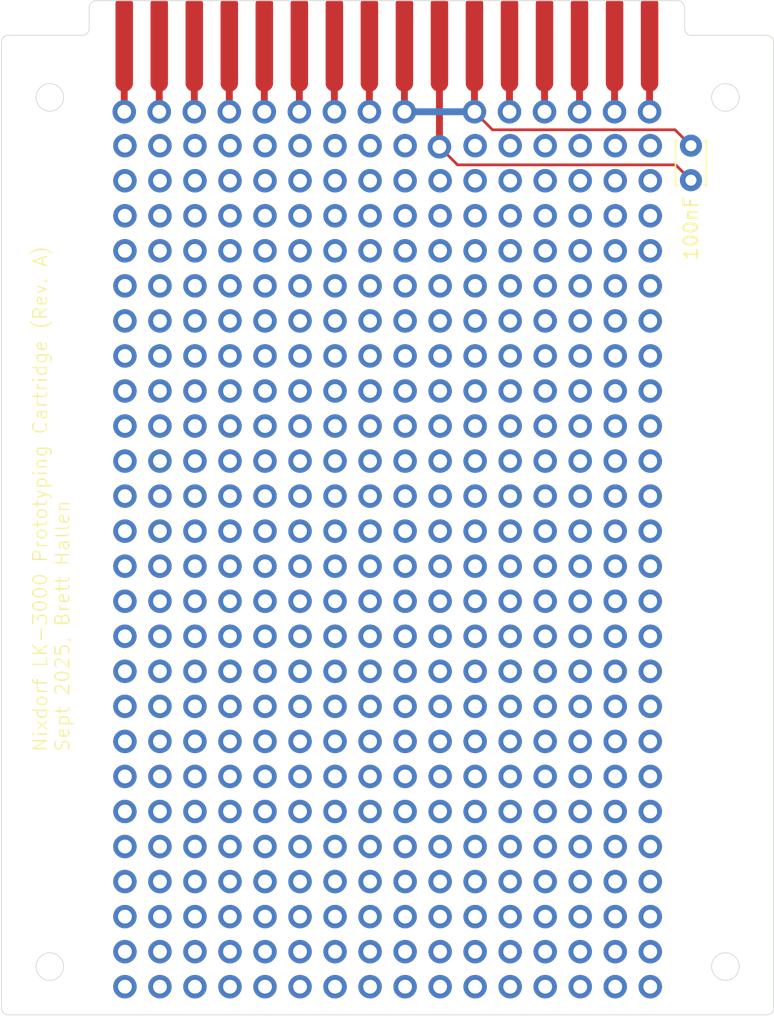
<source format=kicad_pcb>
(kicad_pcb (version 20241229) (generator "pcbnew") (generator_version "9.0")
  (title_block (title "Nixdorf LK-3000 Prototyping Cartridge") (date "22/Sep/2025") (rev "A") (company "Brett Hallen") (comment 1 "www.youtube.com/@Brfff"))
  (layers (0 "F.Cu" signal) (2 "B.Cu" signal) (13 "F.Paste" user) (15 "B.Paste" user) (5 "F.SilkS" user "F.Silkscreen") (7 "B.SilkS" user "B.Silkscreen") (1 "F.Mask" user) (3 "B.Mask" user) (25 "Edge.Cuts" user))
  (net 0 "")
  (net 1 "D_{1}")
  (net 2 "A_{0}")
  (net 3 "+5V")
  (net 4 "A_{3}")
  (net 5 "D_{5}")
  (net 6 "~{CLR}")
  (net 7 "A_{2}")
  (net 8 "A_{1}")
  (net 9 "D_{2}")
  (net 10 "GND")
  (net 11 "D_{0}")
  (net 12 "~{DWSTB}")
  (net 13 "D_{4}")
  (net 14 "~{KEYSTB}")
  (net 15 "D_{3}")
  (footprint "Clueless_Engineer:LK-3000_Cartridge" (layer "F.Cu") (at 142.41 59.92)
    (property "Reference" "J4" (hide yes))
    (property "Value" "Cartridge" (hide yes))
    (pad "1" connect roundrect (at 21.59 2.54 270) (size 6 1.27) (layers "F.Cu" "F.Mask") (roundrect_rratio 0.15) (net 6 "~{CLR}"))
    (pad "1" smd circle (at 21.59 5.54 270) (size 1.27 1.27) (layers "F.Cu" "F.Mask" "F.Paste") (net 6 "~{CLR}"))
    (pad "1" thru_hole circle (at 21.59 7.62 270) (size 1.7 1.7) (drill 1) (layers "*.Cu" "*.Mask") (net 6 "~{CLR}"))
    (pad "2" connect roundrect (at 19.05 2.54 270) (size 6 1.27) (layers "F.Cu" "F.Mask") (roundrect_rratio 0.15) (net 14 "~{KEYSTB}"))
    (pad "2" smd circle (at 19.05 5.54 270) (size 1.27 1.27) (layers "F.Cu" "F.Mask" "F.Paste") (net 14 "~{KEYSTB}"))
    (pad "2" thru_hole circle (at 19.05 7.62 270) (size 1.7 1.7) (drill 1) (layers "*.Cu" "*.Mask") (net 14 "~{KEYSTB}"))
    (pad "3" connect roundrect (at 16.51 2.54 270) (size 6 1.27) (layers "F.Cu" "F.Mask") (roundrect_rratio 0.15) (net 12 "~{DWSTB}"))
    (pad "3" smd circle (at 16.51 5.54 270) (size 1.27 1.27) (layers "F.Cu" "F.Mask" "F.Paste") (net 12 "~{DWSTB}"))
    (pad "3" thru_hole circle (at 16.51 7.62 270) (size 1.7 1.7) (drill 1) (layers "*.Cu" "*.Mask") (net 12 "~{DWSTB}"))
    (pad "4" connect roundrect (at 13.97 2.54 270) (size 6 1.27) (layers "F.Cu" "F.Mask") (roundrect_rratio 0.15) (net 4 "A_{3}"))
    (pad "4" smd circle (at 13.97 5.54 270) (size 1.27 1.27) (layers "F.Cu" "F.Mask" "F.Paste") (net 4 "A_{3}"))
    (pad "4" thru_hole circle (at 13.97 7.62 270) (size 1.7 1.7) (drill 1) (layers "*.Cu" "*.Mask") (net 4 "A_{3}"))
    (pad "5" connect roundrect (at 11.43 2.54 270) (size 6 1.27) (layers "F.Cu" "F.Mask") (roundrect_rratio 0.15) (net 7 "A_{2}"))
    (pad "5" smd circle (at 11.43 5.54 270) (size 1.27 1.27) (layers "F.Cu" "F.Mask" "F.Paste") (net 7 "A_{2}"))
    (pad "5" thru_hole circle (at 11.43 7.62 270) (size 1.7 1.7) (drill 1) (layers "*.Cu" "*.Mask") (net 7 "A_{2}"))
    (pad "6" connect roundrect (at 8.89 2.54 270) (size 6 1.27) (layers "F.Cu" "F.Mask") (roundrect_rratio 0.15) (net 3 "+5V"))
    (pad "6" smd circle (at 8.89 5.54 270) (size 1.27 1.27) (layers "F.Cu" "F.Mask" "F.Paste") (net 3 "+5V"))
    (pad "6" thru_hole circle (at 8.89 7.62 270) (size 1.7 1.7) (drill 1) (layers "*.Cu" "*.Mask") (net 3 "+5V"))
    (pad "7" connect roundrect (at 6.35 2.54 270) (size 6 1.27) (layers "F.Cu" "F.Mask") (roundrect_rratio 0.15) (net 10 "GND"))
    (pad "7" smd circle (at 6.35 5.54 270) (size 1.27 1.27) (layers "F.Cu" "F.Mask" "F.Paste") (net 10 "GND"))
    (pad "7" thru_hole circle (at 6.35 10.16 270) (size 1.7 1.7) (drill 1) (layers "*.Cu" "*.Mask") (net 10 "GND"))
    (pad "8" connect roundrect (at 3.81 2.54 270) (size 6 1.27) (layers "F.Cu" "F.Mask") (roundrect_rratio 0.15) (net 3 "+5V"))
    (pad "8" smd circle (at 3.81 5.54 270) (size 1.27 1.27) (layers "F.Cu" "F.Mask" "F.Paste") (net 3 "+5V"))
    (pad "8" thru_hole circle (at 3.81 7.62 270) (size 1.7 1.7) (drill 1) (layers "*.Cu" "*.Mask") (net 3 "+5V"))
    (pad "9" connect roundrect (at 1.27 2.54 270) (size 6 1.27) (layers "F.Cu" "F.Mask") (roundrect_rratio 0.15) (net 5 "D_{5}"))
    (pad "9" smd circle (at 1.27 5.54 270) (size 1.27 1.27) (layers "F.Cu" "F.Mask" "F.Paste") (net 5 "D_{5}"))
    (pad "9" thru_hole circle (at 1.27 7.62 270) (size 1.7 1.7) (drill 1) (layers "*.Cu" "*.Mask") (net 5 "D_{5}"))
    (pad "10" connect roundrect (at -1.27 2.54 270) (size 6 1.27) (layers "F.Cu" "F.Mask") (roundrect_rratio 0.15) (net 13 "D_{4}"))
    (pad "10" smd circle (at -1.27 5.54 270) (size 1.27 1.27) (layers "F.Cu" "F.Mask" "F.Paste") (net 13 "D_{4}"))
    (pad "10" thru_hole circle (at -1.27 7.62 270) (size 1.7 1.7) (drill 1) (layers "*.Cu" "*.Mask") (net 13 "D_{4}"))
    (pad "11" connect roundrect (at -3.81 2.54 270) (size 6 1.27) (layers "F.Cu" "F.Mask") (roundrect_rratio 0.15) (net 2 "A_{0}"))
    (pad "11" smd circle (at -3.81 5.54 270) (size 1.27 1.27) (layers "F.Cu" "F.Mask" "F.Paste") (net 2 "A_{0}"))
    (pad "11" thru_hole circle (at -3.81 7.62 270) (size 1.7 1.7) (drill 1) (layers "*.Cu" "*.Mask") (net 2 "A_{0}"))
    (pad "12" connect roundrect (at -6.35 2.54 270) (size 6 1.27) (layers "F.Cu" "F.Mask") (roundrect_rratio 0.15) (net 8 "A_{1}"))
    (pad "12" smd circle (at -6.35 5.54 270) (size 1.27 1.27) (layers "F.Cu" "F.Mask" "F.Paste") (net 8 "A_{1}"))
    (pad "12" thru_hole circle (at -6.35 7.62 270) (size 1.7 1.7) (drill 1) (layers "*.Cu" "*.Mask") (net 8 "A_{1}"))
    (pad "13" connect roundrect (at -8.89 2.54 270) (size 6 1.27) (layers "F.Cu" "F.Mask") (roundrect_rratio 0.15) (net 11 "D_{0}"))
    (pad "13" smd circle (at -8.89 5.54 270) (size 1.27 1.27) (layers "F.Cu" "F.Mask" "F.Paste") (net 11 "D_{0}"))
    (pad "13" thru_hole circle (at -8.89 7.62 270) (size 1.7 1.7) (drill 1) (layers "*.Cu" "*.Mask") (net 11 "D_{0}"))
    (pad "14" connect roundrect (at -11.43 2.54 270) (size 6 1.27) (layers "F.Cu" "F.Mask") (roundrect_rratio 0.15) (net 15 "D_{3}"))
    (pad "14" smd circle (at -11.43 5.54 270) (size 1.27 1.27) (layers "F.Cu" "F.Mask" "F.Paste") (net 15 "D_{3}"))
    (pad "14" thru_hole circle (at -11.43 7.62 270) (size 1.7 1.7) (drill 1) (layers "*.Cu" "*.Mask") (net 15 "D_{3}"))
    (pad "15" connect roundrect (at -13.97 2.54 270) (size 6 1.27) (layers "F.Cu" "F.Mask") (roundrect_rratio 0.15) (net 9 "D_{2}"))
    (pad "15" smd circle (at -13.97 5.54 270) (size 1.27 1.27) (layers "F.Cu" "F.Mask" "F.Paste") (net 9 "D_{2}"))
    (pad "15" thru_hole circle (at -13.97 7.62 270) (size 1.7 1.7) (drill 1) (layers "*.Cu" "*.Mask") (net 9 "D_{2}"))
    (pad "16" connect roundrect (at -16.51 2.54 270) (size 6 1.27) (layers "F.Cu" "F.Mask") (roundrect_rratio 0.15) (net 1 "D_{1}"))
    (pad "16" smd circle (at -16.51 5.54 270) (size 1.27 1.27) (layers "F.Cu" "F.Mask" "F.Paste") (net 1 "D_{1}"))
    (pad "16" thru_hole circle (at -16.51 7.62 270) (size 1.7 1.7) (drill 1) (layers "*.Cu" "*.Mask") (net 1 "D_{1}"))
  )
  (footprint "Capacitor_THT:C_Disc_D3.0mm_W2.0mm_P2.50mm" (layer "F.Cu") (at 167 70 -90)
    (property "Reference" "C1" (hide yes))
    (property "Value" "100nF" (at 6 0 90) (layer "F.SilkS"))
    (pad "1" thru_hole circle (at 0 0 270) (size 1.6 1.6) (drill 0.8) (layers "*.Cu" "*.Mask") (net 3 "+5V"))
    (pad "2" thru_hole circle (at 2.5 0 270) (size 1.6 1.6) (drill 0.8) (layers "*.Cu" "*.Mask") (net 10 "GND"))
  )
  (footprint "Clueless_Engineer:Prototyping_Area_16x25" (layer "F.Cu") (at 145 99.21)
    (property "Reference" "REF**" (hide yes))
    (property "Value" "16x25 Prototyping Area" (hide yes))
    (pad "1" thru_hole circle (at -19.05 -29.21) (size 1.7 1.7) (drill 1) (layers "*.Cu" "*.Mask"))
    (pad "2" thru_hole circle (at -16.51 -29.21) (size 1.7 1.7) (drill 1) (layers "*.Cu" "*.Mask"))
    (pad "3" thru_hole circle (at -13.97 -29.21) (size 1.7 1.7) (drill 1) (layers "*.Cu" "*.Mask"))
    (pad "4" thru_hole circle (at -11.43 -29.21) (size 1.7 1.7) (drill 1) (layers "*.Cu" "*.Mask"))
    (pad "5" thru_hole circle (at -8.89 -29.21) (size 1.7 1.7) (drill 1) (layers "*.Cu" "*.Mask"))
    (pad "6" thru_hole circle (at -6.35 -29.21) (size 1.7 1.7) (drill 1) (layers "*.Cu" "*.Mask"))
    (pad "7" thru_hole circle (at -3.81 -29.21) (size 1.7 1.7) (drill 1) (layers "*.Cu" "*.Mask"))
    (pad "8" thru_hole circle (at -1.27 -29.21) (size 1.7 1.7) (drill 1) (layers "*.Cu" "*.Mask"))
    (pad "9" thru_hole circle (at 1.27 -29.21) (size 1.7 1.7) (drill 1) (layers "*.Cu" "*.Mask"))
    (pad "11" thru_hole circle (at 6.35 -29.21) (size 1.7 1.7) (drill 1) (layers "*.Cu" "*.Mask"))
    (pad "12" thru_hole circle (at 8.89 -29.21) (size 1.7 1.7) (drill 1) (layers "*.Cu" "*.Mask"))
    (pad "13" thru_hole circle (at 11.43 -29.21) (size 1.7 1.7) (drill 1) (layers "*.Cu" "*.Mask"))
    (pad "14" thru_hole circle (at 13.97 -29.21) (size 1.7 1.7) (drill 1) (layers "*.Cu" "*.Mask"))
    (pad "15" thru_hole circle (at 16.51 -29.21) (size 1.7 1.7) (drill 1) (layers "*.Cu" "*.Mask"))
    (pad "16" thru_hole circle (at 19.05 -29.21) (size 1.7 1.7) (drill 1) (layers "*.Cu" "*.Mask"))
    (pad "17" thru_hole circle (at -19.05 -26.67) (size 1.7 1.7) (drill 1) (layers "*.Cu" "*.Mask"))
    (pad "18" thru_hole circle (at -16.51 -26.67) (size 1.7 1.7) (drill 1) (layers "*.Cu" "*.Mask"))
    (pad "19" thru_hole circle (at -13.97 -26.67) (size 1.7 1.7) (drill 1) (layers "*.Cu" "*.Mask"))
    (pad "20" thru_hole circle (at -11.43 -26.67) (size 1.7 1.7) (drill 1) (layers "*.Cu" "*.Mask"))
    (pad "21" thru_hole circle (at -8.89 -26.67) (size 1.7 1.7) (drill 1) (layers "*.Cu" "*.Mask"))
    (pad "22" thru_hole circle (at -6.35 -26.67) (size 1.7 1.7) (drill 1) (layers "*.Cu" "*.Mask"))
    (pad "23" thru_hole circle (at -3.81 -26.67) (size 1.7 1.7) (drill 1) (layers "*.Cu" "*.Mask"))
    (pad "24" thru_hole circle (at -1.27 -26.67) (size 1.7 1.7) (drill 1) (layers "*.Cu" "*.Mask"))
    (pad "25" thru_hole circle (at 1.27 -26.67) (size 1.7 1.7) (drill 1) (layers "*.Cu" "*.Mask"))
    (pad "26" thru_hole circle (at 3.81 -26.67) (size 1.7 1.7) (drill 1) (layers "*.Cu" "*.Mask"))
    (pad "27" thru_hole circle (at 6.35 -26.67) (size 1.7 1.7) (drill 1) (layers "*.Cu" "*.Mask"))
    (pad "28" thru_hole circle (at 8.89 -26.67) (size 1.7 1.7) (drill 1) (layers "*.Cu" "*.Mask"))
    (pad "29" thru_hole circle (at 11.43 -26.67) (size 1.7 1.7) (drill 1) (layers "*.Cu" "*.Mask"))
    (pad "30" thru_hole circle (at 13.97 -26.67) (size 1.7 1.7) (drill 1) (layers "*.Cu" "*.Mask"))
    (pad "31" thru_hole circle (at 16.51 -26.67) (size 1.7 1.7) (drill 1) (layers "*.Cu" "*.Mask"))
    (pad "32" thru_hole circle (at 19.05 -26.67) (size 1.7 1.7) (drill 1) (layers "*.Cu" "*.Mask"))
    (pad "33" thru_hole circle (at -19.05 -24.13) (size 1.7 1.7) (drill 1) (layers "*.Cu" "*.Mask"))
    (pad "34" thru_hole circle (at -16.51 -24.13) (size 1.7 1.7) (drill 1) (layers "*.Cu" "*.Mask"))
    (pad "35" thru_hole circle (at -13.97 -24.13) (size 1.7 1.7) (drill 1) (layers "*.Cu" "*.Mask"))
    (pad "36" thru_hole circle (at -11.43 -24.13) (size 1.7 1.7) (drill 1) (layers "*.Cu" "*.Mask"))
    (pad "37" thru_hole circle (at -8.89 -24.13) (size 1.7 1.7) (drill 1) (layers "*.Cu" "*.Mask"))
    (pad "38" thru_hole circle (at -6.35 -24.13) (size 1.7 1.7) (drill 1) (layers "*.Cu" "*.Mask"))
    (pad "39" thru_hole circle (at -3.81 -24.13) (size 1.7 1.7) (drill 1) (layers "*.Cu" "*.Mask"))
    (pad "40" thru_hole circle (at -1.27 -24.13) (size 1.7 1.7) (drill 1) (layers "*.Cu" "*.Mask"))
    (pad "41" thru_hole circle (at 1.27 -24.13) (size 1.7 1.7) (drill 1) (layers "*.Cu" "*.Mask"))
    (pad "42" thru_hole circle (at 3.81 -24.13) (size 1.7 1.7) (drill 1) (layers "*.Cu" "*.Mask"))
    (pad "43" thru_hole circle (at 6.35 -24.13) (size 1.7 1.7) (drill 1) (layers "*.Cu" "*.Mask"))
    (pad "44" thru_hole circle (at 8.89 -24.13) (size 1.7 1.7) (drill 1) (layers "*.Cu" "*.Mask"))
    (pad "45" thru_hole circle (at 11.43 -24.13) (size 1.7 1.7) (drill 1) (layers "*.Cu" "*.Mask"))
    (pad "46" thru_hole circle (at 13.97 -24.13) (size 1.7 1.7) (drill 1) (layers "*.Cu" "*.Mask"))
    (pad "47" thru_hole circle (at 16.51 -24.13) (size 1.7 1.7) (drill 1) (layers "*.Cu" "*.Mask"))
    (pad "48" thru_hole circle (at 19.05 -24.13) (size 1.7 1.7) (drill 1) (layers "*.Cu" "*.Mask"))
    (pad "49" thru_hole circle (at -19.05 -21.59) (size 1.7 1.7) (drill 1) (layers "*.Cu" "*.Mask"))
    (pad "50" thru_hole circle (at -16.51 -21.59) (size 1.7 1.7) (drill 1) (layers "*.Cu" "*.Mask"))
    (pad "51" thru_hole circle (at -13.97 -21.59) (size 1.7 1.7) (drill 1) (layers "*.Cu" "*.Mask"))
    (pad "52" thru_hole circle (at -11.43 -21.59) (size 1.7 1.7) (drill 1) (layers "*.Cu" "*.Mask"))
    (pad "53" thru_hole circle (at -8.89 -21.59) (size 1.7 1.7) (drill 1) (layers "*.Cu" "*.Mask"))
    (pad "54" thru_hole circle (at -6.35 -21.59) (size 1.7 1.7) (drill 1) (layers "*.Cu" "*.Mask"))
    (pad "55" thru_hole circle (at -3.81 -21.59) (size 1.7 1.7) (drill 1) (layers "*.Cu" "*.Mask"))
    (pad "56" thru_hole circle (at -1.27 -21.59) (size 1.7 1.7) (drill 1) (layers "*.Cu" "*.Mask"))
    (pad "57" thru_hole circle (at 1.27 -21.59) (size 1.7 1.7) (drill 1) (layers "*.Cu" "*.Mask"))
    (pad "58" thru_hole circle (at 3.81 -21.59) (size 1.7 1.7) (drill 1) (layers "*.Cu" "*.Mask"))
    (pad "59" thru_hole circle (at 6.35 -21.59) (size 1.7 1.7) (drill 1) (layers "*.Cu" "*.Mask"))
    (pad "60" thru_hole circle (at 8.89 -21.59) (size 1.7 1.7) (drill 1) (layers "*.Cu" "*.Mask"))
    (pad "61" thru_hole circle (at 11.43 -21.59) (size 1.7 1.7) (drill 1) (layers "*.Cu" "*.Mask"))
    (pad "62" thru_hole circle (at 13.97 -21.59) (size 1.7 1.7) (drill 1) (layers "*.Cu" "*.Mask"))
    (pad "63" thru_hole circle (at 16.51 -21.59) (size 1.7 1.7) (drill 1) (layers "*.Cu" "*.Mask"))
    (pad "64" thru_hole circle (at 19.05 -21.59) (size 1.7 1.7) (drill 1) (layers "*.Cu" "*.Mask"))
    (pad "65" thru_hole circle (at -19.05 -19.05) (size 1.7 1.7) (drill 1) (layers "*.Cu" "*.Mask"))
    (pad "66" thru_hole circle (at -16.51 -19.05) (size 1.7 1.7) (drill 1) (layers "*.Cu" "*.Mask"))
    (pad "67" thru_hole circle (at -13.97 -19.05) (size 1.7 1.7) (drill 1) (layers "*.Cu" "*.Mask"))
    (pad "68" thru_hole circle (at -11.43 -19.05) (size 1.7 1.7) (drill 1) (layers "*.Cu" "*.Mask"))
    (pad "69" thru_hole circle (at -8.89 -19.05) (size 1.7 1.7) (drill 1) (layers "*.Cu" "*.Mask"))
    (pad "70" thru_hole circle (at -6.35 -19.05) (size 1.7 1.7) (drill 1) (layers "*.Cu" "*.Mask"))
    (pad "71" thru_hole circle (at -3.81 -19.05) (size 1.7 1.7) (drill 1) (layers "*.Cu" "*.Mask"))
    (pad "72" thru_hole circle (at -1.27 -19.05) (size 1.7 1.7) (drill 1) (layers "*.Cu" "*.Mask"))
    (pad "73" thru_hole circle (at 1.27 -19.05) (size 1.7 1.7) (drill 1) (layers "*.Cu" "*.Mask"))
    (pad "74" thru_hole circle (at 3.81 -19.05) (size 1.7 1.7) (drill 1) (layers "*.Cu" "*.Mask"))
    (pad "75" thru_hole circle (at 6.35 -19.05) (size 1.7 1.7) (drill 1) (layers "*.Cu" "*.Mask"))
    (pad "76" thru_hole circle (at 8.89 -19.05) (size 1.7 1.7) (drill 1) (layers "*.Cu" "*.Mask"))
    (pad "77" thru_hole circle (at 11.43 -19.05) (size 1.7 1.7) (drill 1) (layers "*.Cu" "*.Mask"))
    (pad "78" thru_hole circle (at 13.97 -19.05) (size 1.7 1.7) (drill 1) (layers "*.Cu" "*.Mask"))
    (pad "79" thru_hole circle (at 16.51 -19.05) (size 1.7 1.7) (drill 1) (layers "*.Cu" "*.Mask"))
    (pad "80" thru_hole circle (at 19.05 -19.05) (size 1.7 1.7) (drill 1) (layers "*.Cu" "*.Mask"))
    (pad "81" thru_hole circle (at -19.05 -16.51) (size 1.7 1.7) (drill 1) (layers "*.Cu" "*.Mask"))
    (pad "82" thru_hole circle (at -16.51 -16.51) (size 1.7 1.7) (drill 1) (layers "*.Cu" "*.Mask"))
    (pad "83" thru_hole circle (at -13.97 -16.51) (size 1.7 1.7) (drill 1) (layers "*.Cu" "*.Mask"))
    (pad "84" thru_hole circle (at -11.43 -16.51) (size 1.7 1.7) (drill 1) (layers "*.Cu" "*.Mask"))
    (pad "85" thru_hole circle (at -8.89 -16.51) (size 1.7 1.7) (drill 1) (layers "*.Cu" "*.Mask"))
    (pad "86" thru_hole circle (at -6.35 -16.51) (size 1.7 1.7) (drill 1) (layers "*.Cu" "*.Mask"))
    (pad "87" thru_hole circle (at -3.81 -16.51) (size 1.7 1.7) (drill 1) (layers "*.Cu" "*.Mask"))
    (pad "88" thru_hole circle (at -1.27 -16.51) (size 1.7 1.7) (drill 1) (layers "*.Cu" "*.Mask"))
    (pad "89" thru_hole circle (at 1.27 -16.51) (size 1.7 1.7) (drill 1) (layers "*.Cu" "*.Mask"))
    (pad "90" thru_hole circle (at 3.81 -16.51) (size 1.7 1.7) (drill 1) (layers "*.Cu" "*.Mask"))
    (pad "91" thru_hole circle (at 6.35 -16.51) (size 1.7 1.7) (drill 1) (layers "*.Cu" "*.Mask"))
    (pad "92" thru_hole circle (at 8.89 -16.51) (size 1.7 1.7) (drill 1) (layers "*.Cu" "*.Mask"))
    (pad "93" thru_hole circle (at 11.43 -16.51) (size 1.7 1.7) (drill 1) (layers "*.Cu" "*.Mask"))
    (pad "94" thru_hole circle (at 13.97 -16.51) (size 1.7 1.7) (drill 1) (layers "*.Cu" "*.Mask"))
    (pad "95" thru_hole circle (at 16.51 -16.51) (size 1.7 1.7) (drill 1) (layers "*.Cu" "*.Mask"))
    (pad "96" thru_hole circle (at 19.05 -16.51) (size 1.7 1.7) (drill 1) (layers "*.Cu" "*.Mask"))
    (pad "97" thru_hole circle (at -19.05 -13.97) (size 1.7 1.7) (drill 1) (layers "*.Cu" "*.Mask"))
    (pad "98" thru_hole circle (at -16.51 -13.97) (size 1.7 1.7) (drill 1) (layers "*.Cu" "*.Mask"))
    (pad "99" thru_hole circle (at -13.97 -13.97) (size 1.7 1.7) (drill 1) (layers "*.Cu" "*.Mask"))
    (pad "100" thru_hole circle (at -11.43 -13.97) (size 1.7 1.7) (drill 1) (layers "*.Cu" "*.Mask"))
    (pad "101" thru_hole circle (at -8.89 -13.97) (size 1.7 1.7) (drill 1) (layers "*.Cu" "*.Mask"))
    (pad "102" thru_hole circle (at -6.35 -13.97) (size 1.7 1.7) (drill 1) (layers "*.Cu" "*.Mask"))
    (pad "103" thru_hole circle (at -3.81 -13.97) (size 1.7 1.7) (drill 1) (layers "*.Cu" "*.Mask"))
    (pad "104" thru_hole circle (at -1.27 -13.97) (size 1.7 1.7) (drill 1) (layers "*.Cu" "*.Mask"))
    (pad "105" thru_hole circle (at 1.27 -13.97) (size 1.7 1.7) (drill 1) (layers "*.Cu" "*.Mask"))
    (pad "106" thru_hole circle (at 3.81 -13.97) (size 1.7 1.7) (drill 1) (layers "*.Cu" "*.Mask"))
    (pad "107" thru_hole circle (at 6.35 -13.97) (size 1.7 1.7) (drill 1) (layers "*.Cu" "*.Mask"))
    (pad "108" thru_hole circle (at 8.89 -13.97) (size 1.7 1.7) (drill 1) (layers "*.Cu" "*.Mask"))
    (pad "109" thru_hole circle (at 11.43 -13.97) (size 1.7 1.7) (drill 1) (layers "*.Cu" "*.Mask"))
    (pad "110" thru_hole circle (at 13.97 -13.97) (size 1.7 1.7) (drill 1) (layers "*.Cu" "*.Mask"))
    (pad "111" thru_hole circle (at 16.51 -13.97) (size 1.7 1.7) (drill 1) (layers "*.Cu" "*.Mask"))
    (pad "112" thru_hole circle (at 19.05 -13.97) (size 1.7 1.7) (drill 1) (layers "*.Cu" "*.Mask"))
    (pad "113" thru_hole circle (at -19.05 -11.43) (size 1.7 1.7) (drill 1) (layers "*.Cu" "*.Mask"))
    (pad "114" thru_hole circle (at -16.51 -11.43) (size 1.7 1.7) (drill 1) (layers "*.Cu" "*.Mask"))
    (pad "115" thru_hole circle (at -13.97 -11.43) (size 1.7 1.7) (drill 1) (layers "*.Cu" "*.Mask"))
    (pad "116" thru_hole circle (at -11.43 -11.43) (size 1.7 1.7) (drill 1) (layers "*.Cu" "*.Mask"))
    (pad "117" thru_hole circle (at -8.89 -11.43) (size 1.7 1.7) (drill 1) (layers "*.Cu" "*.Mask"))
    (pad "118" thru_hole circle (at -6.35 -11.43) (size 1.7 1.7) (drill 1) (layers "*.Cu" "*.Mask"))
    (pad "119" thru_hole circle (at -3.81 -11.43) (size 1.7 1.7) (drill 1) (layers "*.Cu" "*.Mask"))
    (pad "120" thru_hole circle (at -1.27 -11.43) (size 1.7 1.7) (drill 1) (layers "*.Cu" "*.Mask"))
    (pad "121" thru_hole circle (at 1.27 -11.43) (size 1.7 1.7) (drill 1) (layers "*.Cu" "*.Mask"))
    (pad "122" thru_hole circle (at 3.81 -11.43) (size 1.7 1.7) (drill 1) (layers "*.Cu" "*.Mask"))
    (pad "123" thru_hole circle (at 6.35 -11.43) (size 1.7 1.7) (drill 1) (layers "*.Cu" "*.Mask"))
    (pad "124" thru_hole circle (at 8.89 -11.43) (size 1.7 1.7) (drill 1) (layers "*.Cu" "*.Mask"))
    (pad "125" thru_hole circle (at 11.43 -11.43) (size 1.7 1.7) (drill 1) (layers "*.Cu" "*.Mask"))
    (pad "126" thru_hole circle (at 13.97 -11.43) (size 1.7 1.7) (drill 1) (layers "*.Cu" "*.Mask"))
    (pad "127" thru_hole circle (at 16.51 -11.43) (size 1.7 1.7) (drill 1) (layers "*.Cu" "*.Mask"))
    (pad "128" thru_hole circle (at 19.05 -11.43) (size 1.7 1.7) (drill 1) (layers "*.Cu" "*.Mask"))
    (pad "129" thru_hole circle (at -19.05 -8.89) (size 1.7 1.7) (drill 1) (layers "*.Cu" "*.Mask"))
    (pad "130" thru_hole circle (at -16.51 -8.89) (size 1.7 1.7) (drill 1) (layers "*.Cu" "*.Mask"))
    (pad "131" thru_hole circle (at -13.97 -8.89) (size 1.7 1.7) (drill 1) (layers "*.Cu" "*.Mask"))
    (pad "132" thru_hole circle (at -11.43 -8.89) (size 1.7 1.7) (drill 1) (layers "*.Cu" "*.Mask"))
    (pad "133" thru_hole circle (at -8.89 -8.89) (size 1.7 1.7) (drill 1) (layers "*.Cu" "*.Mask"))
    (pad "134" thru_hole circle (at -6.35 -8.89) (size 1.7 1.7) (drill 1) (layers "*.Cu" "*.Mask"))
    (pad "135" thru_hole circle (at -3.81 -8.89) (size 1.7 1.7) (drill 1) (layers "*.Cu" "*.Mask"))
    (pad "136" thru_hole circle (at -1.27 -8.89) (size 1.7 1.7) (drill 1) (layers "*.Cu" "*.Mask"))
    (pad "137" thru_hole circle (at 1.27 -8.89) (size 1.7 1.7) (drill 1) (layers "*.Cu" "*.Mask"))
    (pad "138" thru_hole circle (at 3.81 -8.89) (size 1.7 1.7) (drill 1) (layers "*.Cu" "*.Mask"))
    (pad "139" thru_hole circle (at 6.35 -8.89) (size 1.7 1.7) (drill 1) (layers "*.Cu" "*.Mask"))
    (pad "140" thru_hole circle (at 8.89 -8.89) (size 1.7 1.7) (drill 1) (layers "*.Cu" "*.Mask"))
    (pad "141" thru_hole circle (at 11.43 -8.89) (size 1.7 1.7) (drill 1) (layers "*.Cu" "*.Mask"))
    (pad "142" thru_hole circle (at 13.97 -8.89) (size 1.7 1.7) (drill 1) (layers "*.Cu" "*.Mask"))
    (pad "143" thru_hole circle (at 16.51 -8.89) (size 1.7 1.7) (drill 1) (layers "*.Cu" "*.Mask"))
    (pad "144" thru_hole circle (at 19.05 -8.89) (size 1.7 1.7) (drill 1) (layers "*.Cu" "*.Mask"))
    (pad "145" thru_hole circle (at -19.05 -6.35) (size 1.7 1.7) (drill 1) (layers "*.Cu" "*.Mask"))
    (pad "146" thru_hole circle (at -16.51 -6.35) (size 1.7 1.7) (drill 1) (layers "*.Cu" "*.Mask"))
    (pad "147" thru_hole circle (at -13.97 -6.35) (size 1.7 1.7) (drill 1) (layers "*.Cu" "*.Mask"))
    (pad "148" thru_hole circle (at -11.43 -6.35) (size 1.7 1.7) (drill 1) (layers "*.Cu" "*.Mask"))
    (pad "149" thru_hole circle (at -8.89 -6.35) (size 1.7 1.7) (drill 1) (layers "*.Cu" "*.Mask"))
    (pad "150" thru_hole circle (at -6.35 -6.35) (size 1.7 1.7) (drill 1) (layers "*.Cu" "*.Mask"))
    (pad "151" thru_hole circle (at -3.81 -6.35) (size 1.7 1.7) (drill 1) (layers "*.Cu" "*.Mask"))
    (pad "152" thru_hole circle (at -1.27 -6.35) (size 1.7 1.7) (drill 1) (layers "*.Cu" "*.Mask"))
    (pad "153" thru_hole circle (at 1.27 -6.35) (size 1.7 1.7) (drill 1) (layers "*.Cu" "*.Mask"))
    (pad "154" thru_hole circle (at 3.81 -6.35) (size 1.7 1.7) (drill 1) (layers "*.Cu" "*.Mask"))
    (pad "155" thru_hole circle (at 6.35 -6.35) (size 1.7 1.7) (drill 1) (layers "*.Cu" "*.Mask"))
    (pad "156" thru_hole circle (at 8.89 -6.35) (size 1.7 1.7) (drill 1) (layers "*.Cu" "*.Mask"))
    (pad "157" thru_hole circle (at 11.43 -6.35) (size 1.7 1.7) (drill 1) (layers "*.Cu" "*.Mask"))
    (pad "158" thru_hole circle (at 13.97 -6.35) (size 1.7 1.7) (drill 1) (layers "*.Cu" "*.Mask"))
    (pad "159" thru_hole circle (at 16.51 -6.35) (size 1.7 1.7) (drill 1) (layers "*.Cu" "*.Mask"))
    (pad "160" thru_hole circle (at 19.05 -6.35) (size 1.7 1.7) (drill 1) (layers "*.Cu" "*.Mask"))
    (pad "161" thru_hole circle (at -19.05 -3.81) (size 1.7 1.7) (drill 1) (layers "*.Cu" "*.Mask"))
    (pad "162" thru_hole circle (at -16.51 -3.81) (size 1.7 1.7) (drill 1) (layers "*.Cu" "*.Mask"))
    (pad "163" thru_hole circle (at -13.97 -3.81) (size 1.7 1.7) (drill 1) (layers "*.Cu" "*.Mask"))
    (pad "164" thru_hole circle (at -11.43 -3.81) (size 1.7 1.7) (drill 1) (layers "*.Cu" "*.Mask"))
    (pad "165" thru_hole circle (at -8.89 -3.81) (size 1.7 1.7) (drill 1) (layers "*.Cu" "*.Mask"))
    (pad "166" thru_hole circle (at -6.35 -3.81) (size 1.7 1.7) (drill 1) (layers "*.Cu" "*.Mask"))
    (pad "167" thru_hole circle (at -3.81 -3.81) (size 1.7 1.7) (drill 1) (layers "*.Cu" "*.Mask"))
    (pad "168" thru_hole circle (at -1.27 -3.81) (size 1.7 1.7) (drill 1) (layers "*.Cu" "*.Mask"))
    (pad "169" thru_hole circle (at 1.27 -3.81) (size 1.7 1.7) (drill 1) (layers "*.Cu" "*.Mask"))
    (pad "170" thru_hole circle (at 3.81 -3.81) (size 1.7 1.7) (drill 1) (layers "*.Cu" "*.Mask"))
    (pad "171" thru_hole circle (at 6.35 -3.81) (size 1.7 1.7) (drill 1) (layers "*.Cu" "*.Mask"))
    (pad "172" thru_hole circle (at 8.89 -3.81) (size 1.7 1.7) (drill 1) (layers "*.Cu" "*.Mask"))
    (pad "173" thru_hole circle (at 11.43 -3.81) (size 1.7 1.7) (drill 1) (layers "*.Cu" "*.Mask"))
    (pad "174" thru_hole circle (at 13.97 -3.81) (size 1.7 1.7) (drill 1) (layers "*.Cu" "*.Mask"))
    (pad "175" thru_hole circle (at 16.51 -3.81) (size 1.7 1.7) (drill 1) (layers "*.Cu" "*.Mask"))
    (pad "176" thru_hole circle (at 19.05 -3.81) (size 1.7 1.7) (drill 1) (layers "*.Cu" "*.Mask"))
    (pad "177" thru_hole circle (at -19.05 -1.27) (size 1.7 1.7) (drill 1) (layers "*.Cu" "*.Mask"))
    (pad "178" thru_hole circle (at -16.51 -1.27) (size 1.7 1.7) (drill 1) (layers "*.Cu" "*.Mask"))
    (pad "179" thru_hole circle (at -13.97 -1.27) (size 1.7 1.7) (drill 1) (layers "*.Cu" "*.Mask"))
    (pad "180" thru_hole circle (at -11.43 -1.27) (size 1.7 1.7) (drill 1) (layers "*.Cu" "*.Mask"))
    (pad "181" thru_hole circle (at -8.89 -1.27) (size 1.7 1.7) (drill 1) (layers "*.Cu" "*.Mask"))
    (pad "182" thru_hole circle (at -6.35 -1.27) (size 1.7 1.7) (drill 1) (layers "*.Cu" "*.Mask"))
    (pad "183" thru_hole circle (at -3.81 -1.27) (size 1.7 1.7) (drill 1) (layers "*.Cu" "*.Mask"))
    (pad "184" thru_hole circle (at -1.27 -1.27) (size 1.7 1.7) (drill 1) (layers "*.Cu" "*.Mask"))
    (pad "185" thru_hole circle (at 1.27 -1.27) (size 1.7 1.7) (drill 1) (layers "*.Cu" "*.Mask"))
    (pad "186" thru_hole circle (at 3.81 -1.27) (size 1.7 1.7) (drill 1) (layers "*.Cu" "*.Mask"))
    (pad "187" thru_hole circle (at 6.35 -1.27) (size 1.7 1.7) (drill 1) (layers "*.Cu" "*.Mask"))
    (pad "188" thru_hole circle (at 8.89 -1.27) (size 1.7 1.7) (drill 1) (layers "*.Cu" "*.Mask"))
    (pad "189" thru_hole circle (at 11.43 -1.27) (size 1.7 1.7) (drill 1) (layers "*.Cu" "*.Mask"))
    (pad "190" thru_hole circle (at 13.97 -1.27) (size 1.7 1.7) (drill 1) (layers "*.Cu" "*.Mask"))
    (pad "191" thru_hole circle (at 16.51 -1.27) (size 1.7 1.7) (drill 1) (layers "*.Cu" "*.Mask"))
    (pad "192" thru_hole circle (at 19.05 -1.27) (size 1.7 1.7) (drill 1) (layers "*.Cu" "*.Mask"))
    (pad "193" thru_hole circle (at -19.05 1.27) (size 1.7 1.7) (drill 1) (layers "*.Cu" "*.Mask"))
    (pad "194" thru_hole circle (at -16.51 1.27) (size 1.7 1.7) (drill 1) (layers "*.Cu" "*.Mask"))
    (pad "195" thru_hole circle (at -13.97 1.27) (size 1.7 1.7) (drill 1) (layers "*.Cu" "*.Mask"))
    (pad "196" thru_hole circle (at -11.43 1.27) (size 1.7 1.7) (drill 1) (layers "*.Cu" "*.Mask"))
    (pad "197" thru_hole circle (at -8.89 1.27) (size 1.7 1.7) (drill 1) (layers "*.Cu" "*.Mask"))
    (pad "198" thru_hole circle (at -6.35 1.27) (size 1.7 1.7) (drill 1) (layers "*.Cu" "*.Mask"))
    (pad "199" thru_hole circle (at -3.81 1.27) (size 1.7 1.7) (drill 1) (layers "*.Cu" "*.Mask"))
    (pad "200" thru_hole circle (at -1.27 1.27) (size 1.7 1.7) (drill 1) (layers "*.Cu" "*.Mask"))
    (pad "201" thru_hole circle (at 1.27 1.27) (size 1.7 1.7) (drill 1) (layers "*.Cu" "*.Mask"))
    (pad "202" thru_hole circle (at 3.81 1.27) (size 1.7 1.7) (drill 1) (layers "*.Cu" "*.Mask"))
    (pad "203" thru_hole circle (at 6.35 1.27) (size 1.7 1.7) (drill 1) (layers "*.Cu" "*.Mask"))
    (pad "204" thru_hole circle (at 8.89 1.27) (size 1.7 1.7) (drill 1) (layers "*.Cu" "*.Mask"))
    (pad "205" thru_hole circle (at 11.43 1.27) (size 1.7 1.7) (drill 1) (layers "*.Cu" "*.Mask"))
    (pad "206" thru_hole circle (at 13.97 1.27) (size 1.7 1.7) (drill 1) (layers "*.Cu" "*.Mask"))
    (pad "207" thru_hole circle (at 16.51 1.27) (size 1.7 1.7) (drill 1) (layers "*.Cu" "*.Mask"))
    (pad "208" thru_hole circle (at 19.05 1.27) (size 1.7 1.7) (drill 1) (layers "*.Cu" "*.Mask"))
    (pad "209" thru_hole circle (at -19.05 3.81) (size 1.7 1.7) (drill 1) (layers "*.Cu" "*.Mask"))
    (pad "210" thru_hole circle (at -16.51 3.81) (size 1.7 1.7) (drill 1) (layers "*.Cu" "*.Mask"))
    (pad "211" thru_hole circle (at -13.97 3.81) (size 1.7 1.7) (drill 1) (layers "*.Cu" "*.Mask"))
    (pad "212" thru_hole circle (at -11.43 3.81) (size 1.7 1.7) (drill 1) (layers "*.Cu" "*.Mask"))
    (pad "213" thru_hole circle (at -8.89 3.81) (size 1.7 1.7) (drill 1) (layers "*.Cu" "*.Mask"))
    (pad "214" thru_hole circle (at -6.35 3.81) (size 1.7 1.7) (drill 1) (layers "*.Cu" "*.Mask"))
    (pad "215" thru_hole circle (at -3.81 3.81) (size 1.7 1.7) (drill 1) (layers "*.Cu" "*.Mask"))
    (pad "216" thru_hole circle (at -1.27 3.81) (size 1.7 1.7) (drill 1) (layers "*.Cu" "*.Mask"))
    (pad "217" thru_hole circle (at 1.27 3.81) (size 1.7 1.7) (drill 1) (layers "*.Cu" "*.Mask"))
    (pad "218" thru_hole circle (at 3.81 3.81) (size 1.7 1.7) (drill 1) (layers "*.Cu" "*.Mask"))
    (pad "219" thru_hole circle (at 6.35 3.81) (size 1.7 1.7) (drill 1) (layers "*.Cu" "*.Mask"))
    (pad "220" thru_hole circle (at 8.89 3.81) (size 1.7 1.7) (drill 1) (layers "*.Cu" "*.Mask"))
    (pad "221" thru_hole circle (at 11.43 3.81) (size 1.7 1.7) (drill 1) (layers "*.Cu" "*.Mask"))
    (pad "222" thru_hole circle (at 13.97 3.81) (size 1.7 1.7) (drill 1) (layers "*.Cu" "*.Mask"))
    (pad "223" thru_hole circle (at 16.51 3.81) (size 1.7 1.7) (drill 1) (layers "*.Cu" "*.Mask"))
    (pad "224" thru_hole circle (at 19.05 3.81) (size 1.7 1.7) (drill 1) (layers "*.Cu" "*.Mask"))
    (pad "225" thru_hole circle (at -19.05 6.35) (size 1.7 1.7) (drill 1) (layers "*.Cu" "*.Mask"))
    (pad "226" thru_hole circle (at -16.51 6.35) (size 1.7 1.7) (drill 1) (layers "*.Cu" "*.Mask"))
    (pad "227" thru_hole circle (at -13.97 6.35) (size 1.7 1.7) (drill 1) (layers "*.Cu" "*.Mask"))
    (pad "228" thru_hole circle (at -11.43 6.35) (size 1.7 1.7) (drill 1) (layers "*.Cu" "*.Mask"))
    (pad "229" thru_hole circle (at -8.89 6.35) (size 1.7 1.7) (drill 1) (layers "*.Cu" "*.Mask"))
    (pad "230" thru_hole circle (at -6.35 6.35) (size 1.7 1.7) (drill 1) (layers "*.Cu" "*.Mask"))
    (pad "231" thru_hole circle (at -3.81 6.35) (size 1.7 1.7) (drill 1) (layers "*.Cu" "*.Mask"))
    (pad "232" thru_hole circle (at -1.27 6.35) (size 1.7 1.7) (drill 1) (layers "*.Cu" "*.Mask"))
    (pad "233" thru_hole circle (at 1.27 6.35) (size 1.7 1.7) (drill 1) (layers "*.Cu" "*.Mask"))
    (pad "234" thru_hole circle (at 3.81 6.35) (size 1.7 1.7) (drill 1) (layers "*.Cu" "*.Mask"))
    (pad "235" thru_hole circle (at 6.35 6.35) (size 1.7 1.7) (drill 1) (layers "*.Cu" "*.Mask"))
    (pad "236" thru_hole circle (at 8.89 6.35) (size 1.7 1.7) (drill 1) (layers "*.Cu" "*.Mask"))
    (pad "237" thru_hole circle (at 11.43 6.35) (size 1.7 1.7) (drill 1) (layers "*.Cu" "*.Mask"))
    (pad "238" thru_hole circle (at 13.97 6.35) (size 1.7 1.7) (drill 1) (layers "*.Cu" "*.Mask"))
    (pad "239" thru_hole circle (at 16.51 6.35) (size 1.7 1.7) (drill 1) (layers "*.Cu" "*.Mask"))
    (pad "240" thru_hole circle (at 19.05 6.35) (size 1.7 1.7) (drill 1) (layers "*.Cu" "*.Mask"))
    (pad "241" thru_hole circle (at -19.05 8.89) (size 1.7 1.7) (drill 1) (layers "*.Cu" "*.Mask"))
    (pad "242" thru_hole circle (at -16.51 8.89) (size 1.7 1.7) (drill 1) (layers "*.Cu" "*.Mask"))
    (pad "243" thru_hole circle (at -13.97 8.89) (size 1.7 1.7) (drill 1) (layers "*.Cu" "*.Mask"))
    (pad "244" thru_hole circle (at -11.43 8.89) (size 1.7 1.7) (drill 1) (layers "*.Cu" "*.Mask"))
    (pad "245" thru_hole circle (at -8.89 8.89) (size 1.7 1.7) (drill 1) (layers "*.Cu" "*.Mask"))
    (pad "246" thru_hole circle (at -6.35 8.89) (size 1.7 1.7) (drill 1) (layers "*.Cu" "*.Mask"))
    (pad "247" thru_hole circle (at -3.81 8.89) (size 1.7 1.7) (drill 1) (layers "*.Cu" "*.Mask"))
    (pad "248" thru_hole circle (at -1.27 8.89) (size 1.7 1.7) (drill 1) (layers "*.Cu" "*.Mask"))
    (pad "249" thru_hole circle (at 1.27 8.89) (size 1.7 1.7) (drill 1) (layers "*.Cu" "*.Mask"))
    (pad "250" thru_hole circle (at 3.81 8.89) (size 1.7 1.7) (drill 1) (layers "*.Cu" "*.Mask"))
    (pad "251" thru_hole circle (at 6.35 8.89) (size 1.7 1.7) (drill 1) (layers "*.Cu" "*.Mask"))
    (pad "252" thru_hole circle (at 8.89 8.89) (size 1.7 1.7) (drill 1) (layers "*.Cu" "*.Mask"))
    (pad "253" thru_hole circle (at 11.43 8.89) (size 1.7 1.7) (drill 1) (layers "*.Cu" "*.Mask"))
    (pad "254" thru_hole circle (at 13.97 8.89) (size 1.7 1.7) (drill 1) (layers "*.Cu" "*.Mask"))
    (pad "255" thru_hole circle (at 16.51 8.89) (size 1.7 1.7) (drill 1) (layers "*.Cu" "*.Mask"))
    (pad "256" thru_hole circle (at 19.05 8.89) (size 1.7 1.7) (drill 1) (layers "*.Cu" "*.Mask"))
    (pad "257" thru_hole circle (at -19.05 11.43) (size 1.7 1.7) (drill 1) (layers "*.Cu" "*.Mask"))
    (pad "258" thru_hole circle (at -16.51 11.43) (size 1.7 1.7) (drill 1) (layers "*.Cu" "*.Mask"))
    (pad "259" thru_hole circle (at -13.97 11.43) (size 1.7 1.7) (drill 1) (layers "*.Cu" "*.Mask"))
    (pad "260" thru_hole circle (at -11.43 11.43) (size 1.7 1.7) (drill 1) (layers "*.Cu" "*.Mask"))
    (pad "261" thru_hole circle (at -8.89 11.43) (size 1.7 1.7) (drill 1) (layers "*.Cu" "*.Mask"))
    (pad "262" thru_hole circle (at -6.35 11.43) (size 1.7 1.7) (drill 1) (layers "*.Cu" "*.Mask"))
    (pad "263" thru_hole circle (at -3.81 11.43) (size 1.7 1.7) (drill 1) (layers "*.Cu" "*.Mask"))
    (pad "264" thru_hole circle (at -1.27 11.43) (size 1.7 1.7) (drill 1) (layers "*.Cu" "*.Mask"))
    (pad "265" thru_hole circle (at 1.27 11.43) (size 1.7 1.7) (drill 1) (layers "*.Cu" "*.Mask"))
    (pad "266" thru_hole circle (at 3.81 11.43) (size 1.7 1.7) (drill 1) (layers "*.Cu" "*.Mask"))
    (pad "267" thru_hole circle (at 6.35 11.43) (size 1.7 1.7) (drill 1) (layers "*.Cu" "*.Mask"))
    (pad "268" thru_hole circle (at 8.89 11.43) (size 1.7 1.7) (drill 1) (layers "*.Cu" "*.Mask"))
    (pad "269" thru_hole circle (at 11.43 11.43) (size 1.7 1.7) (drill 1) (layers "*.Cu" "*.Mask"))
    (pad "270" thru_hole circle (at 13.97 11.43) (size 1.7 1.7) (drill 1) (layers "*.Cu" "*.Mask"))
    (pad "271" thru_hole circle (at 16.51 11.43) (size 1.7 1.7) (drill 1) (layers "*.Cu" "*.Mask"))
    (pad "272" thru_hole circle (at 19.05 11.43) (size 1.7 1.7) (drill 1) (layers "*.Cu" "*.Mask"))
    (pad "273" thru_hole circle (at -19.05 13.97) (size 1.7 1.7) (drill 1) (layers "*.Cu" "*.Mask"))
    (pad "274" thru_hole circle (at -16.51 13.97) (size 1.7 1.7) (drill 1) (layers "*.Cu" "*.Mask"))
    (pad "275" thru_hole circle (at -13.97 13.97) (size 1.7 1.7) (drill 1) (layers "*.Cu" "*.Mask"))
    (pad "276" thru_hole circle (at -11.43 13.97) (size 1.7 1.7) (drill 1) (layers "*.Cu" "*.Mask"))
    (pad "277" thru_hole circle (at -8.89 13.97) (size 1.7 1.7) (drill 1) (layers "*.Cu" "*.Mask"))
    (pad "278" thru_hole circle (at -6.35 13.97) (size 1.7 1.7) (drill 1) (layers "*.Cu" "*.Mask"))
    (pad "279" thru_hole circle (at -3.81 13.97) (size 1.7 1.7) (drill 1) (layers "*.Cu" "*.Mask"))
    (pad "280" thru_hole circle (at -1.27 13.97) (size 1.7 1.7) (drill 1) (layers "*.Cu" "*.Mask"))
    (pad "281" thru_hole circle (at 1.27 13.97) (size 1.7 1.7) (drill 1) (layers "*.Cu" "*.Mask"))
    (pad "282" thru_hole circle (at 3.81 13.97) (size 1.7 1.7) (drill 1) (layers "*.Cu" "*.Mask"))
    (pad "283" thru_hole circle (at 6.35 13.97) (size 1.7 1.7) (drill 1) (layers "*.Cu" "*.Mask"))
    (pad "284" thru_hole circle (at 8.89 13.97) (size 1.7 1.7) (drill 1) (layers "*.Cu" "*.Mask"))
    (pad "285" thru_hole circle (at 11.43 13.97) (size 1.7 1.7) (drill 1) (layers "*.Cu" "*.Mask"))
    (pad "286" thru_hole circle (at 13.97 13.97) (size 1.7 1.7) (drill 1) (layers "*.Cu" "*.Mask"))
    (pad "287" thru_hole circle (at 16.51 13.97) (size 1.7 1.7) (drill 1) (layers "*.Cu" "*.Mask"))
    (pad "288" thru_hole circle (at 19.05 13.97) (size 1.7 1.7) (drill 1) (layers "*.Cu" "*.Mask"))
    (pad "289" thru_hole circle (at -19.05 16.51) (size 1.7 1.7) (drill 1) (layers "*.Cu" "*.Mask"))
    (pad "290" thru_hole circle (at -16.51 16.51) (size 1.7 1.7) (drill 1) (layers "*.Cu" "*.Mask"))
    (pad "291" thru_hole circle (at -13.97 16.51) (size 1.7 1.7) (drill 1) (layers "*.Cu" "*.Mask"))
    (pad "292" thru_hole circle (at -11.43 16.51) (size 1.7 1.7) (drill 1) (layers "*.Cu" "*.Mask"))
    (pad "293" thru_hole circle (at -8.89 16.51) (size 1.7 1.7) (drill 1) (layers "*.Cu" "*.Mask"))
    (pad "294" thru_hole circle (at -6.35 16.51) (size 1.7 1.7) (drill 1) (layers "*.Cu" "*.Mask"))
    (pad "295" thru_hole circle (at -3.81 16.51) (size 1.7 1.7) (drill 1) (layers "*.Cu" "*.Mask"))
    (pad "296" thru_hole circle (at -1.27 16.51) (size 1.7 1.7) (drill 1) (layers "*.Cu" "*.Mask"))
    (pad "297" thru_hole circle (at 1.27 16.51) (size 1.7 1.7) (drill 1) (layers "*.Cu" "*.Mask"))
    (pad "298" thru_hole circle (at 3.81 16.51) (size 1.7 1.7) (drill 1) (layers "*.Cu" "*.Mask"))
    (pad "299" thru_hole circle (at 6.35 16.51) (size 1.7 1.7) (drill 1) (layers "*.Cu" "*.Mask"))
    (pad "300" thru_hole circle (at 8.89 16.51) (size 1.7 1.7) (drill 1) (layers "*.Cu" "*.Mask"))
    (pad "301" thru_hole circle (at 11.43 16.51) (size 1.7 1.7) (drill 1) (layers "*.Cu" "*.Mask"))
    (pad "302" thru_hole circle (at 13.97 16.51) (size 1.7 1.7) (drill 1) (layers "*.Cu" "*.Mask"))
    (pad "303" thru_hole circle (at 16.51 16.51) (size 1.7 1.7) (drill 1) (layers "*.Cu" "*.Mask"))
    (pad "304" thru_hole circle (at 19.05 16.51) (size 1.7 1.7) (drill 1) (layers "*.Cu" "*.Mask"))
    (pad "305" thru_hole circle (at -19.05 19.05) (size 1.7 1.7) (drill 1) (layers "*.Cu" "*.Mask"))
    (pad "306" thru_hole circle (at -16.51 19.05) (size 1.7 1.7) (drill 1) (layers "*.Cu" "*.Mask"))
    (pad "307" thru_hole circle (at -13.97 19.05) (size 1.7 1.7) (drill 1) (layers "*.Cu" "*.Mask"))
    (pad "308" thru_hole circle (at -11.43 19.05) (size 1.7 1.7) (drill 1) (layers "*.Cu" "*.Mask"))
    (pad "309" thru_hole circle (at -8.89 19.05) (size 1.7 1.7) (drill 1) (layers "*.Cu" "*.Mask"))
    (pad "310" thru_hole circle (at -6.35 19.05) (size 1.7 1.7) (drill 1) (layers "*.Cu" "*.Mask"))
    (pad "311" thru_hole circle (at -3.81 19.05) (size 1.7 1.7) (drill 1) (layers "*.Cu" "*.Mask"))
    (pad "312" thru_hole circle (at -1.27 19.05) (size 1.7 1.7) (drill 1) (layers "*.Cu" "*.Mask"))
    (pad "313" thru_hole circle (at 1.27 19.05) (size 1.7 1.7) (drill 1) (layers "*.Cu" "*.Mask"))
    (pad "314" thru_hole circle (at 3.81 19.05) (size 1.7 1.7) (drill 1) (layers "*.Cu" "*.Mask"))
    (pad "315" thru_hole circle (at 6.35 19.05) (size 1.7 1.7) (drill 1) (layers "*.Cu" "*.Mask"))
    (pad "316" thru_hole circle (at 8.89 19.05) (size 1.7 1.7) (drill 1) (layers "*.Cu" "*.Mask"))
    (pad "317" thru_hole circle (at 11.43 19.05) (size 1.7 1.7) (drill 1) (layers "*.Cu" "*.Mask"))
    (pad "318" thru_hole circle (at 13.97 19.05) (size 1.7 1.7) (drill 1) (layers "*.Cu" "*.Mask"))
    (pad "319" thru_hole circle (at 16.51 19.05) (size 1.7 1.7) (drill 1) (layers "*.Cu" "*.Mask"))
    (pad "320" thru_hole circle (at 19.05 19.05) (size 1.7 1.7) (drill 1) (layers "*.Cu" "*.Mask"))
    (pad "321" thru_hole circle (at -19.05 21.59) (size 1.7 1.7) (drill 1) (layers "*.Cu" "*.Mask"))
    (pad "322" thru_hole circle (at -16.51 21.59) (size 1.7 1.7) (drill 1) (layers "*.Cu" "*.Mask"))
    (pad "323" thru_hole circle (at -13.97 21.59) (size 1.7 1.7) (drill 1) (layers "*.Cu" "*.Mask"))
    (pad "324" thru_hole circle (at -11.43 21.59) (size 1.7 1.7) (drill 1) (layers "*.Cu" "*.Mask"))
    (pad "325" thru_hole circle (at -8.89 21.59) (size 1.7 1.7) (drill 1) (layers "*.Cu" "*.Mask"))
    (pad "326" thru_hole circle (at -6.35 21.59) (size 1.7 1.7) (drill 1) (layers "*.Cu" "*.Mask"))
    (pad "327" thru_hole circle (at -3.81 21.59) (size 1.7 1.7) (drill 1) (layers "*.Cu" "*.Mask"))
    (pad "328" thru_hole circle (at -1.27 21.59) (size 1.7 1.7) (drill 1) (layers "*.Cu" "*.Mask"))
    (pad "329" thru_hole circle (at 1.27 21.59) (size 1.7 1.7) (drill 1) (layers "*.Cu" "*.Mask"))
    (pad "330" thru_hole circle (at 3.81 21.59) (size 1.7 1.7) (drill 1) (layers "*.Cu" "*.Mask"))
    (pad "331" thru_hole circle (at 6.35 21.59) (size 1.7 1.7) (drill 1) (layers "*.Cu" "*.Mask"))
    (pad "332" thru_hole circle (at 8.89 21.59) (size 1.7 1.7) (drill 1) (layers "*.Cu" "*.Mask"))
    (pad "333" thru_hole circle (at 11.43 21.59) (size 1.7 1.7) (drill 1) (layers "*.Cu" "*.Mask"))
    (pad "334" thru_hole circle (at 13.97 21.59) (size 1.7 1.7) (drill 1) (layers "*.Cu" "*.Mask"))
    (pad "335" thru_hole circle (at 16.51 21.59) (size 1.7 1.7) (drill 1) (layers "*.Cu" "*.Mask"))
    (pad "336" thru_hole circle (at 19.05 21.59) (size 1.7 1.7) (drill 1) (layers "*.Cu" "*.Mask"))
    (pad "337" thru_hole circle (at -19.05 24.13) (size 1.7 1.7) (drill 1) (layers "*.Cu" "*.Mask"))
    (pad "338" thru_hole circle (at -16.51 24.13) (size 1.7 1.7) (drill 1) (layers "*.Cu" "*.Mask"))
    (pad "339" thru_hole circle (at -13.97 24.13) (size 1.7 1.7) (drill 1) (layers "*.Cu" "*.Mask"))
    (pad "340" thru_hole circle (at -11.43 24.13) (size 1.7 1.7) (drill 1) (layers "*.Cu" "*.Mask"))
    (pad "341" thru_hole circle (at -8.89 24.13) (size 1.7 1.7) (drill 1) (layers "*.Cu" "*.Mask"))
    (pad "342" thru_hole circle (at -6.35 24.13) (size 1.7 1.7) (drill 1) (layers "*.Cu" "*.Mask"))
    (pad "343" thru_hole circle (at -3.81 24.13) (size 1.7 1.7) (drill 1) (layers "*.Cu" "*.Mask"))
    (pad "344" thru_hole circle (at -1.27 24.13) (size 1.7 1.7) (drill 1) (layers "*.Cu" "*.Mask"))
    (pad "345" thru_hole circle (at 1.27 24.13) (size 1.7 1.7) (drill 1) (layers "*.Cu" "*.Mask"))
    (pad "346" thru_hole circle (at 3.81 24.13) (size 1.7 1.7) (drill 1) (layers "*.Cu" "*.Mask"))
    (pad "347" thru_hole circle (at 6.35 24.13) (size 1.7 1.7) (drill 1) (layers "*.Cu" "*.Mask"))
    (pad "348" thru_hole circle (at 8.89 24.13) (size 1.7 1.7) (drill 1) (layers "*.Cu" "*.Mask"))
    (pad "349" thru_hole circle (at 11.43 24.13) (size 1.7 1.7) (drill 1) (layers "*.Cu" "*.Mask"))
    (pad "350" thru_hole circle (at 13.97 24.13) (size 1.7 1.7) (drill 1) (layers "*.Cu" "*.Mask"))
    (pad "351" thru_hole circle (at 16.51 24.13) (size 1.7 1.7) (drill 1) (layers "*.Cu" "*.Mask"))
    (pad "352" thru_hole circle (at 19.05 24.13) (size 1.7 1.7) (drill 1) (layers "*.Cu" "*.Mask"))
    (pad "353" thru_hole circle (at -19.05 26.67) (size 1.7 1.7) (drill 1) (layers "*.Cu" "*.Mask"))
    (pad "354" thru_hole circle (at -16.51 26.67) (size 1.7 1.7) (drill 1) (layers "*.Cu" "*.Mask"))
    (pad "355" thru_hole circle (at -13.97 26.67) (size 1.7 1.7) (drill 1) (layers "*.Cu" "*.Mask"))
    (pad "356" thru_hole circle (at -11.43 26.67) (size 1.7 1.7) (drill 1) (layers "*.Cu" "*.Mask"))
    (pad "357" thru_hole circle (at -8.89 26.67) (size 1.7 1.7) (drill 1) (layers "*.Cu" "*.Mask"))
    (pad "358" thru_hole circle (at -6.35 26.67) (size 1.7 1.7) (drill 1) (layers "*.Cu" "*.Mask"))
    (pad "359" thru_hole circle (at -3.81 26.67) (size 1.7 1.7) (drill 1) (layers "*.Cu" "*.Mask"))
    (pad "360" thru_hole circle (at -1.27 26.67) (size 1.7 1.7) (drill 1) (layers "*.Cu" "*.Mask"))
    (pad "361" thru_hole circle (at 1.27 26.67) (size 1.7 1.7) (drill 1) (layers "*.Cu" "*.Mask"))
    (pad "362" thru_hole circle (at 3.81 26.67) (size 1.7 1.7) (drill 1) (layers "*.Cu" "*.Mask"))
    (pad "363" thru_hole circle (at 6.35 26.67) (size 1.7 1.7) (drill 1) (layers "*.Cu" "*.Mask"))
    (pad "364" thru_hole circle (at 8.89 26.67) (size 1.7 1.7) (drill 1) (layers "*.Cu" "*.Mask"))
    (pad "365" thru_hole circle (at 11.43 26.67) (size 1.7 1.7) (drill 1) (layers "*.Cu" "*.Mask"))
    (pad "366" thru_hole circle (at 13.97 26.67) (size 1.7 1.7) (drill 1) (layers "*.Cu" "*.Mask"))
    (pad "367" thru_hole circle (at 16.51 26.67) (size 1.7 1.7) (drill 1) (layers "*.Cu" "*.Mask"))
    (pad "368" thru_hole circle (at 19.05 26.67) (size 1.7 1.7) (drill 1) (layers "*.Cu" "*.Mask"))
    (pad "369" thru_hole circle (at -19.05 29.21) (size 1.7 1.7) (drill 1) (layers "*.Cu" "*.Mask"))
    (pad "370" thru_hole circle (at -16.51 29.21) (size 1.7 1.7) (drill 1) (layers "*.Cu" "*.Mask"))
    (pad "371" thru_hole circle (at -13.97 29.21) (size 1.7 1.7) (drill 1) (layers "*.Cu" "*.Mask"))
    (pad "372" thru_hole circle (at -11.43 29.21) (size 1.7 1.7) (drill 1) (layers "*.Cu" "*.Mask"))
    (pad "373" thru_hole circle (at -8.89 29.21) (size 1.7 1.7) (drill 1) (layers "*.Cu" "*.Mask"))
    (pad "374" thru_hole circle (at -6.35 29.21) (size 1.7 1.7) (drill 1) (layers "*.Cu" "*.Mask"))
    (pad "375" thru_hole circle (at -3.81 29.21) (size 1.7 1.7) (drill 1) (layers "*.Cu" "*.Mask"))
    (pad "376" thru_hole circle (at -1.27 29.21) (size 1.7 1.7) (drill 1) (layers "*.Cu" "*.Mask"))
    (pad "377" thru_hole circle (at 1.27 29.21) (size 1.7 1.7) (drill 1) (layers "*.Cu" "*.Mask"))
    (pad "378" thru_hole circle (at 3.81 29.21) (size 1.7 1.7) (drill 1) (layers "*.Cu" "*.Mask"))
    (pad "379" thru_hole circle (at 6.35 29.21) (size 1.7 1.7) (drill 1) (layers "*.Cu" "*.Mask"))
    (pad "380" thru_hole circle (at 8.89 29.21) (size 1.7 1.7) (drill 1) (layers "*.Cu" "*.Mask"))
    (pad "381" thru_hole circle (at 11.43 29.21) (size 1.7 1.7) (drill 1) (layers "*.Cu" "*.Mask"))
    (pad "382" thru_hole circle (at 13.97 29.21) (size 1.7 1.7) (drill 1) (layers "*.Cu" "*.Mask"))
    (pad "383" thru_hole circle (at 16.51 29.21) (size 1.7 1.7) (drill 1) (layers "*.Cu" "*.Mask"))
    (pad "384" thru_hole circle (at 19.05 29.21) (size 1.7 1.7) (drill 1) (layers "*.Cu" "*.Mask"))
    (pad "385" thru_hole circle (at -19.05 31.75) (size 1.7 1.7) (drill 1) (layers "*.Cu" "*.Mask"))
    (pad "386" thru_hole circle (at -16.51 31.75) (size 1.7 1.7) (drill 1) (layers "*.Cu" "*.Mask"))
    (pad "387" thru_hole circle (at -13.97 31.75) (size 1.7 1.7) (drill 1) (layers "*.Cu" "*.Mask"))
    (pad "388" thru_hole circle (at -11.43 31.75) (size 1.7 1.7) (drill 1) (layers "*.Cu" "*.Mask"))
    (pad "389" thru_hole circle (at -8.89 31.75) (size 1.7 1.7) (drill 1) (layers "*.Cu" "*.Mask"))
    (pad "390" thru_hole circle (at -6.35 31.75) (size 1.7 1.7) (drill 1) (layers "*.Cu" "*.Mask"))
    (pad "391" thru_hole circle (at -3.81 31.75) (size 1.7 1.7) (drill 1) (layers "*.Cu" "*.Mask"))
    (pad "392" thru_hole circle (at -1.27 31.75) (size 1.7 1.7) (drill 1) (layers "*.Cu" "*.Mask"))
    (pad "393" thru_hole circle (at 1.27 31.75) (size 1.7 1.7) (drill 1) (layers "*.Cu" "*.Mask"))
    (pad "394" thru_hole circle (at 3.81 31.75) (size 1.7 1.7) (drill 1) (layers "*.Cu" "*.Mask"))
    (pad "395" thru_hole circle (at 6.35 31.75) (size 1.7 1.7) (drill 1) (layers "*.Cu" "*.Mask"))
    (pad "396" thru_hole circle (at 8.89 31.75) (size 1.7 1.7) (drill 1) (layers "*.Cu" "*.Mask"))
    (pad "397" thru_hole circle (at 11.43 31.75) (size 1.7 1.7) (drill 1) (layers "*.Cu" "*.Mask"))
    (pad "398" thru_hole circle (at 13.97 31.75) (size 1.7 1.7) (drill 1) (layers "*.Cu" "*.Mask"))
    (pad "399" thru_hole circle (at 16.51 31.75) (size 1.7 1.7) (drill 1) (layers "*.Cu" "*.Mask"))
    (pad "400" thru_hole circle (at 19.05 31.75) (size 1.7 1.7) (drill 1) (layers "*.Cu" "*.Mask"))
  )
  (gr_arc (start 167.04 62) (mid 166.686447 61.853553) (end 166.54 61.5) (stroke (width 0.05)) (layer "Edge.Cuts"))
  (gr_circle (center 169.5 129.5) (end 170.5 129.5) (stroke (width 0.05)) (fill no) (layer "Edge.Cuts"))
  (gr_line (start 173 131) (end 173 132.5) (stroke (width 0.05)) (layer "Edge.Cuts"))
  (gr_line (start 117.5 133) (end 172.5 133) (stroke (width 0.05)) (layer "Edge.Cuts"))
  (gr_line (start 117 62.5) (end 117 132.5) (stroke (width 0.05)) (layer "Edge.Cuts"))
  (gr_line (start 122.86 62) (end 117.5 62) (stroke (width 0.05)) (layer "Edge.Cuts"))
  (gr_arc (start 172.5 62) (mid 172.853553 62.146447) (end 173 62.5) (stroke (width 0.05)) (layer "Edge.Cuts"))
  (gr_arc (start 123.36 61.5) (mid 123.213553 61.853553) (end 122.86 62) (stroke (width 0.05)) (layer "Edge.Cuts"))
  (gr_arc (start 173 132.5) (mid 172.853553 132.853553) (end 172.5 133) (stroke (width 0.05)) (layer "Edge.Cuts"))
  (gr_line (start 166.04 59.49) (end 123.86 59.49) (stroke (width 0.05)) (layer "Edge.Cuts"))
  (gr_circle (center 120.5 129.5) (end 121.5 129.5) (stroke (width 0.05)) (fill no) (layer "Edge.Cuts"))
  (gr_arc (start 166.04 59.49) (mid 166.393553 59.636447) (end 166.54 59.99) (stroke (width 0.05)) (layer "Edge.Cuts"))
  (gr_line (start 166.54 61.5) (end 166.54 59.99) (stroke (width 0.05)) (layer "Edge.Cuts"))
  (gr_line (start 123.36 59.99) (end 123.36 61.5) (stroke (width 0.05)) (layer "Edge.Cuts"))
  (gr_line (start 172.5 62) (end 167.04 62) (stroke (width 0.05)) (layer "Edge.Cuts"))
  (gr_arc (start 123.36 59.99) (mid 123.506447 59.636447) (end 123.86 59.49) (stroke (width 0.05)) (layer "Edge.Cuts"))
  (gr_circle (center 120.5 66.5) (end 121.5 66.5) (stroke (width 0.05)) (fill no) (layer "Edge.Cuts"))
  (gr_circle (center 169.5 66.5) (end 170.5 66.5) (stroke (width 0.05)) (fill no) (layer "Edge.Cuts"))
  (gr_arc (start 117.5 133) (mid 117.146447 132.853553) (end 117 132.5) (stroke (width 0.05)) (layer "Edge.Cuts"))
  (gr_line (start 173 131) (end 173 62.5) (stroke (width 0.05)) (layer "Edge.Cuts"))
  (gr_arc (start 117 62.5) (mid 117.146447 62.146447) (end 117.5 62) (stroke (width 0.05)) (layer "Edge.Cuts"))
  (gr_text "Nixdorf LK-3000 Prototyping Cartridge (Rev. A)\nSept 2025, Brett Hallen" (at 122 114 90) (layer "F.SilkS") (effects (font (size 1 1) (thickness 0.1)) (justify left bottom)))
  (segment (start 125.9 65.46) (end 125.9 67.54) (width 0.5) (layer "F.Cu") (net 1))
  (segment (start 138.6 65.46) (end 138.6 67.54) (width 0.5) (layer "F.Cu") (net 2))
  (segment (start 167 70) (end 165.849 68.849) (width 0.2) (layer "F.Cu") (net 3))
  (segment (start 152.609 68.849) (end 151.3 67.54) (width 0.2) (layer "F.Cu") (net 3))
  (segment (start 146.22 65) (end 146.22 65.22) (width 0.2) (layer "F.Cu") (net 3))
  (segment (start 151.3 65.46) (end 151.3 67.54) (width 0.5) (layer "F.Cu") (net 3))
  (segment (start 146.22 65.46) (end 146.22 67.54) (width 0.5) (layer "F.Cu") (net 3))
  (segment (start 165.849 68.849) (end 152.609 68.849) (width 0.2) (layer "F.Cu") (net 3))
  (segment (start 146.22 67.54) (end 151.3 67.54) (width 0.5) (layer "B.Cu") (net 3))
  (segment (start 156.38 65.46) (end 156.38 67.54) (width 0.5) (layer "F.Cu") (net 4))
  (segment (start 143.68 65.46) (end 143.68 67.54) (width 0.5) (layer "F.Cu") (net 5))
  (segment (start 164 65.46) (end 164 67.54) (width 0.5) (layer "F.Cu") (net 6))
  (segment (start 153.84 65.46) (end 153.84 67.54) (width 0.5) (layer "F.Cu") (net 7))
  (segment (start 136.06 65.46) (end 136.06 67.54) (width 0.5) (layer "F.Cu") (net 8))
  (segment (start 128.44 65.46) (end 128.44 67.54) (width 0.5) (layer "F.Cu") (net 9))
  (segment (start 165.889 71.389) (end 150.069 71.389) (width 0.2) (layer "F.Cu") (net 10))
  (segment (start 148.76 65.46) (end 148.76 70.08) (width 0.5) (layer "F.Cu") (net 10))
  (segment (start 167 72.5) (end 165.889 71.389) (width 0.2) (layer "F.Cu") (net 10))
  (segment (start 150.069 71.389) (end 148.76 70.08) (width 0.2) (layer "F.Cu") (net 10))
  (segment (start 133.52 65.46) (end 133.52 67.54) (width 0.5) (layer "F.Cu") (net 11))
  (segment (start 158.92 65.46) (end 158.92 67.54) (width 0.5) (layer "F.Cu") (net 12))
  (segment (start 141.14 65.46) (end 141.14 67.54) (width 0.5) (layer "F.Cu") (net 13))
  (segment (start 161.46 65.46) (end 161.46 67.54) (width 0.5) (layer "F.Cu") (net 14))
  (segment (start 130.98 65.46) (end 130.98 67.54) (width 0.5) (layer "F.Cu") (net 15))
)
</source>
